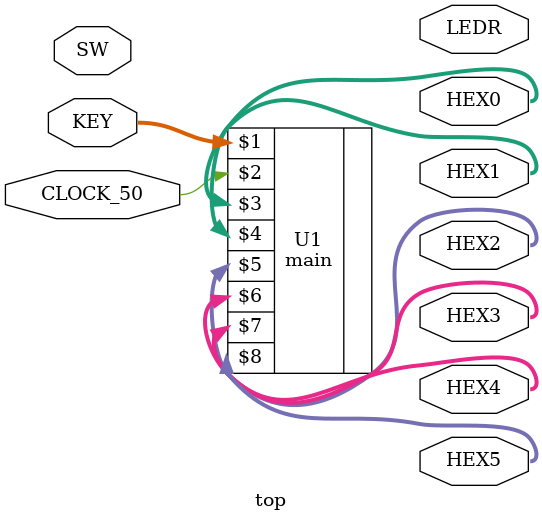
<source format=v>

module top (CLOCK_50, SW, KEY, HEX0, HEX1, HEX2, HEX3, HEX4, HEX5, LEDR);

    input CLOCK_50;             // DE-series 50 MHz clock signal
    input wire [9:0] SW;        // DE-series switches
    input wire [3:0] KEY;       // DE-series pushbuttons

    output wire [6:0] HEX0;     // DE-series HEX displays
    output wire [6:0] HEX1;
    output wire [6:0] HEX2;
    output wire [6:0] HEX3;
    output wire [6:0] HEX4;
    output wire [6:0] HEX5;

    output wire [9:0] LEDR;     // DE-series LEDs   

    main U1 (KEY[3:0], CLOCK_50, HEX0, HEX1, HEX2, HEX3, HEX4, HEX5);

endmodule

// LFSR - shift register 
</source>
